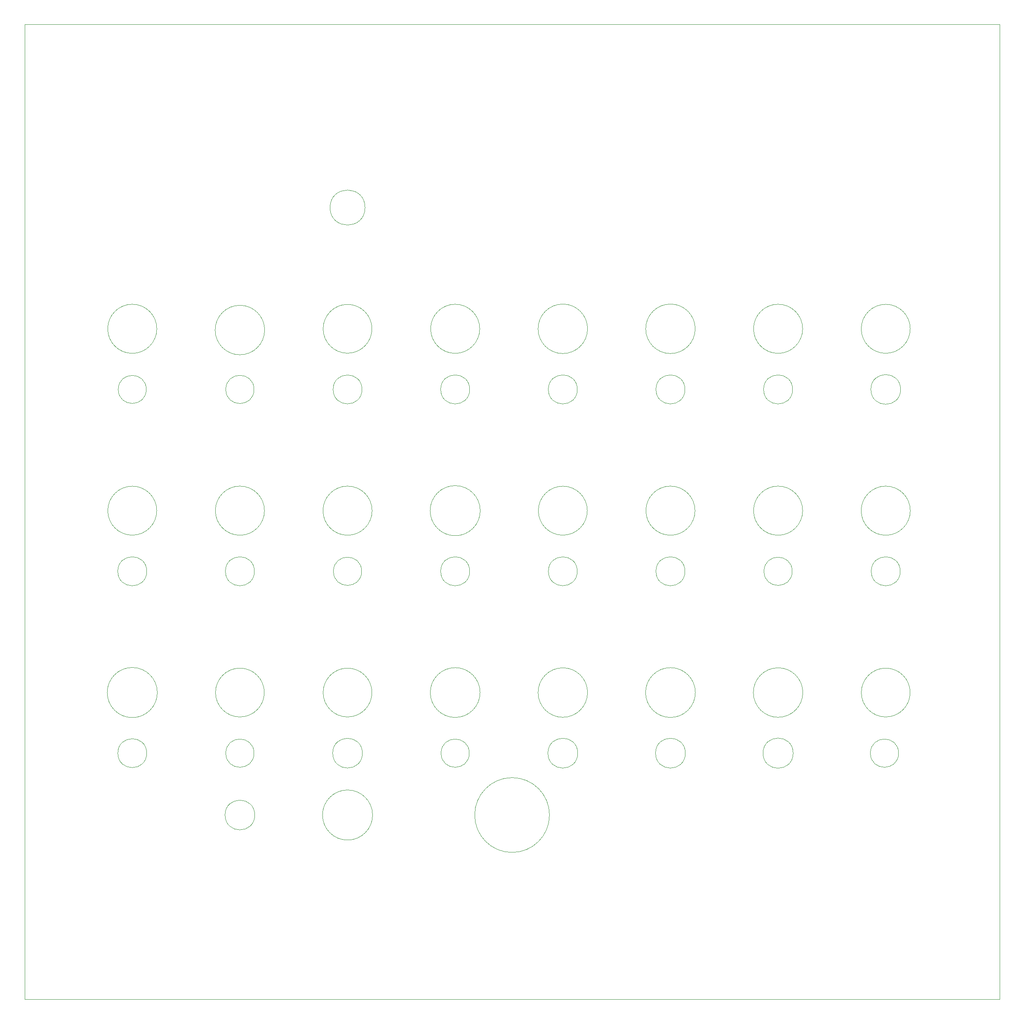
<source format=gbr>
%TF.GenerationSoftware,KiCad,Pcbnew,7.0.7*%
%TF.CreationDate,2024-07-17T17:03:53+10:00*%
%TF.ProjectId,MIDIAutomationSequencerFP,4d494449-4175-4746-9f6d-6174696f6e53,rev?*%
%TF.SameCoordinates,Original*%
%TF.FileFunction,Profile,NP*%
%FSLAX46Y46*%
G04 Gerber Fmt 4.6, Leading zero omitted, Abs format (unit mm)*
G04 Created by KiCad (PCBNEW 7.0.7) date 2024-07-17 17:03:53*
%MOMM*%
%LPD*%
G01*
G04 APERTURE LIST*
%TA.AperFunction,Profile*%
%ADD10C,0.100000*%
%TD*%
G04 APERTURE END LIST*
D10*
X143688994Y-163068000D02*
G75*
G03*
X143688994Y-163068000I-2972994J0D01*
G01*
X278345756Y-150622000D02*
G75*
G03*
X278345756Y-150622000I-5041756J0D01*
G01*
X276276994Y-163068000D02*
G75*
G03*
X276276994Y-163068000I-2972994J0D01*
G01*
X278332943Y-113284000D02*
G75*
G03*
X278332943Y-113284000I-5028943J0D01*
G01*
X187808046Y-200406000D02*
G75*
G03*
X187808046Y-200406000I-2896046J0D01*
G01*
X256286000Y-187960000D02*
G75*
G03*
X256286000Y-187960000I-5080000J0D01*
G01*
X278313663Y-187960000D02*
G75*
G03*
X278313663Y-187960000I-5009663J0D01*
G01*
X204275038Y-213106000D02*
G75*
G03*
X204275038Y-213106000I-7679038J0D01*
G01*
X123646943Y-150622000D02*
G75*
G03*
X123646943Y-150622000I-5028943J0D01*
G01*
X143612046Y-125730000D02*
G75*
G03*
X143612046Y-125730000I-2896046J0D01*
G01*
X190023651Y-187960000D02*
G75*
G03*
X190023651Y-187960000I-5111651J0D01*
G01*
X212038943Y-150622000D02*
G75*
G03*
X212038943Y-150622000I-5028943J0D01*
G01*
X212090000Y-113284000D02*
G75*
G03*
X212090000Y-113284000I-5080000J0D01*
G01*
X234149756Y-150622000D02*
G75*
G03*
X234149756Y-150622000I-5041756J0D01*
G01*
X187884994Y-125730000D02*
G75*
G03*
X187884994Y-125730000I-2972994J0D01*
G01*
X256247756Y-150622000D02*
G75*
G03*
X256247756Y-150622000I-5041756J0D01*
G01*
X254296043Y-200406000D02*
G75*
G03*
X254296043Y-200406000I-3090043J0D01*
G01*
X234219651Y-187960000D02*
G75*
G03*
X234219651Y-187960000I-5111651J0D01*
G01*
X167957108Y-213106000D02*
G75*
G03*
X167957108Y-213106000I-5143108J0D01*
G01*
X234188000Y-113284000D02*
G75*
G03*
X234188000Y-113284000I-5080000J0D01*
G01*
X123659756Y-113284000D02*
G75*
G03*
X123659756Y-113284000I-5041756J0D01*
G01*
X254178994Y-125730000D02*
G75*
G03*
X254178994Y-125730000I-2972994J0D01*
G01*
X189953756Y-113284000D02*
G75*
G03*
X189953756Y-113284000I-5041756J0D01*
G01*
X96520000Y-50800000D02*
X96520000Y-250952000D01*
X254102046Y-163068000D02*
G75*
G03*
X254102046Y-163068000I-2896046J0D01*
G01*
X143612046Y-200406000D02*
G75*
G03*
X143612046Y-200406000I-2896046J0D01*
G01*
X212090000Y-187960000D02*
G75*
G03*
X212090000Y-187960000I-5080000J0D01*
G01*
X187884994Y-163068000D02*
G75*
G03*
X187884994Y-163068000I-2972994J0D01*
G01*
X232166565Y-200406000D02*
G75*
G03*
X232166565Y-200406000I-3058565J0D01*
G01*
X275946046Y-200406000D02*
G75*
G03*
X275946046Y-200406000I-2896046J0D01*
G01*
X209972124Y-163068000D02*
G75*
G03*
X209972124Y-163068000I-2962124J0D01*
G01*
X145757756Y-150622000D02*
G75*
G03*
X145757756Y-150622000I-5041756J0D01*
G01*
X167855756Y-150622000D02*
G75*
G03*
X167855756Y-150622000I-5041756J0D01*
G01*
X121590994Y-163068000D02*
G75*
G03*
X121590994Y-163068000I-2972994J0D01*
G01*
X232080994Y-163068000D02*
G75*
G03*
X232080994Y-163068000I-2972994J0D01*
G01*
X121491682Y-125730000D02*
G75*
G03*
X121491682Y-125730000I-2873682J0D01*
G01*
X145725663Y-187960000D02*
G75*
G03*
X145725663Y-187960000I-5009663J0D01*
G01*
X123761108Y-187960000D02*
G75*
G03*
X123761108Y-187960000I-5143108J0D01*
G01*
X165776124Y-125730000D02*
G75*
G03*
X165776124Y-125730000I-2962124J0D01*
G01*
X232080994Y-125730000D02*
G75*
G03*
X232080994Y-125730000I-2972994J0D01*
G01*
X96520000Y-250952000D02*
X296672000Y-250952000D01*
X143764000Y-213106000D02*
G75*
G03*
X143764000Y-213106000I-3048000J0D01*
G01*
X276352000Y-125730000D02*
G75*
G03*
X276352000Y-125730000I-3048000J0D01*
G01*
X210068565Y-200406000D02*
G75*
G03*
X210068565Y-200406000I-3058565J0D01*
G01*
X296672000Y-50800000D02*
X296672000Y-250952000D01*
X190055108Y-150622000D02*
G75*
G03*
X190055108Y-150622000I-5143108J0D01*
G01*
X165862000Y-200406000D02*
G75*
G03*
X165862000Y-200406000I-3048000J0D01*
G01*
X256247756Y-113284000D02*
G75*
G03*
X256247756Y-113284000I-5041756J0D01*
G01*
X209982994Y-125730000D02*
G75*
G03*
X209982994Y-125730000I-2972994J0D01*
G01*
X166406102Y-88392000D02*
G75*
G03*
X166406102Y-88392000I-3592102J0D01*
G01*
X296672000Y-50800000D02*
X96520000Y-50800000D01*
X167823663Y-187960000D02*
G75*
G03*
X167823663Y-187960000I-5009663J0D01*
G01*
X121580124Y-200406000D02*
G75*
G03*
X121580124Y-200406000I-2962124J0D01*
G01*
X167823663Y-113284000D02*
G75*
G03*
X167823663Y-113284000I-5009663J0D01*
G01*
X145796000Y-113538000D02*
G75*
G03*
X145796000Y-113538000I-5080000J0D01*
G01*
X165710046Y-163068000D02*
G75*
G03*
X165710046Y-163068000I-2896046J0D01*
G01*
M02*

</source>
